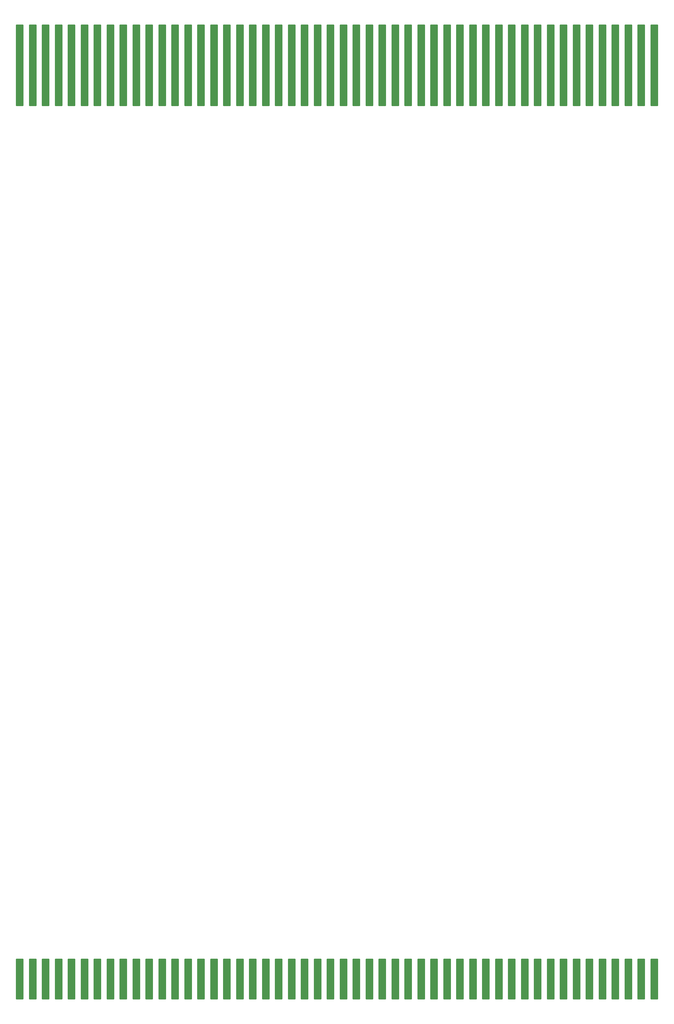
<source format=gbr>
%TF.GenerationSoftware,KiCad,Pcbnew,(6.0.9-0)*%
%TF.CreationDate,2023-01-29T21:50:31+01:00*%
%TF.ProjectId,Intellec8ExtenderBoard,496e7465-6c6c-4656-9338-457874656e64,rev?*%
%TF.SameCoordinates,Original*%
%TF.FileFunction,Paste,Bot*%
%TF.FilePolarity,Positive*%
%FSLAX46Y46*%
G04 Gerber Fmt 4.6, Leading zero omitted, Abs format (unit mm)*
G04 Created by KiCad (PCBNEW (6.0.9-0)) date 2023-01-29 21:50:31*
%MOMM*%
%LPD*%
G01*
G04 APERTURE LIST*
G04 Aperture macros list*
%AMRoundRect*
0 Rectangle with rounded corners*
0 $1 Rounding radius*
0 $2 $3 $4 $5 $6 $7 $8 $9 X,Y pos of 4 corners*
0 Add a 4 corners polygon primitive as box body*
4,1,4,$2,$3,$4,$5,$6,$7,$8,$9,$2,$3,0*
0 Add four circle primitives for the rounded corners*
1,1,$1+$1,$2,$3*
1,1,$1+$1,$4,$5*
1,1,$1+$1,$6,$7*
1,1,$1+$1,$8,$9*
0 Add four rect primitives between the rounded corners*
20,1,$1+$1,$2,$3,$4,$5,0*
20,1,$1+$1,$4,$5,$6,$7,0*
20,1,$1+$1,$6,$7,$8,$9,0*
20,1,$1+$1,$8,$9,$2,$3,0*%
G04 Aperture macros list end*
%ADD10RoundRect,0.072000X0.828000X-4.928000X0.828000X4.928000X-0.828000X4.928000X-0.828000X-4.928000X0*%
%ADD11RoundRect,0.072000X0.828000X-9.928000X0.828000X9.928000X-0.828000X9.928000X-0.828000X-9.928000X0*%
G04 APERTURE END LIST*
D10*
%TO.C,J1*%
X105900000Y-331825000D03*
X109075000Y-331825000D03*
X112250000Y-331825000D03*
X115425000Y-331825000D03*
X118600000Y-331825000D03*
X121775000Y-331825000D03*
X124950000Y-331825000D03*
X128125000Y-331825000D03*
X131300000Y-331825000D03*
X134475000Y-331825000D03*
X137650000Y-331825000D03*
X140825000Y-331825000D03*
X144000000Y-331825000D03*
X147175000Y-331825000D03*
X150350000Y-331825000D03*
X153525000Y-331825000D03*
X156700000Y-331825000D03*
X159875000Y-331825000D03*
X163050000Y-331825000D03*
X166225000Y-331825000D03*
X169400000Y-331825000D03*
X172575000Y-331825000D03*
X175750000Y-331825000D03*
X178925000Y-331825000D03*
X182100000Y-331825000D03*
X185275000Y-331825000D03*
X188450000Y-331825000D03*
X191625000Y-331825000D03*
X194800000Y-331825000D03*
X197975000Y-331825000D03*
X201150000Y-331825000D03*
X204325000Y-331825000D03*
X207500000Y-331825000D03*
X210675000Y-331825000D03*
X213850000Y-331825000D03*
X217025000Y-331825000D03*
X220200000Y-331825000D03*
X223375000Y-331825000D03*
X226550000Y-331825000D03*
X229725000Y-331825000D03*
X232900000Y-331825000D03*
X236075000Y-331825000D03*
X239250000Y-331825000D03*
X242425000Y-331825000D03*
X245600000Y-331825000D03*
X248775000Y-331825000D03*
X251950000Y-331825000D03*
X255125000Y-331825000D03*
X258300000Y-331825000D03*
X261475000Y-331825000D03*
%TD*%
D11*
%TO.C,J2*%
X105900000Y-107905000D03*
X109075000Y-107905000D03*
X112250000Y-107905000D03*
X115425000Y-107905000D03*
X118600000Y-107905000D03*
X121775000Y-107905000D03*
X124950000Y-107905000D03*
X128125000Y-107905000D03*
X131300000Y-107905000D03*
X134475000Y-107905000D03*
X137650000Y-107905000D03*
X140825000Y-107905000D03*
X144000000Y-107905000D03*
X147175000Y-107905000D03*
X150350000Y-107905000D03*
X153525000Y-107905000D03*
X156700000Y-107905000D03*
X159875000Y-107905000D03*
X163050000Y-107905000D03*
X166225000Y-107905000D03*
X169400000Y-107905000D03*
X172575000Y-107905000D03*
X175750000Y-107905000D03*
X178925000Y-107905000D03*
X182100000Y-107905000D03*
X185275000Y-107905000D03*
X188450000Y-107905000D03*
X191625000Y-107905000D03*
X194800000Y-107905000D03*
X197975000Y-107905000D03*
X201150000Y-107905000D03*
X204325000Y-107905000D03*
X207500000Y-107905000D03*
X210675000Y-107905000D03*
X213850000Y-107905000D03*
X217025000Y-107905000D03*
X220200000Y-107905000D03*
X223375000Y-107905000D03*
X226550000Y-107905000D03*
X229725000Y-107905000D03*
X232900000Y-107905000D03*
X236075000Y-107905000D03*
X239250000Y-107905000D03*
X242425000Y-107905000D03*
X245600000Y-107905000D03*
X248775000Y-107905000D03*
X251950000Y-107905000D03*
X255125000Y-107905000D03*
X258300000Y-107905000D03*
X261475000Y-107905000D03*
%TD*%
M02*

</source>
